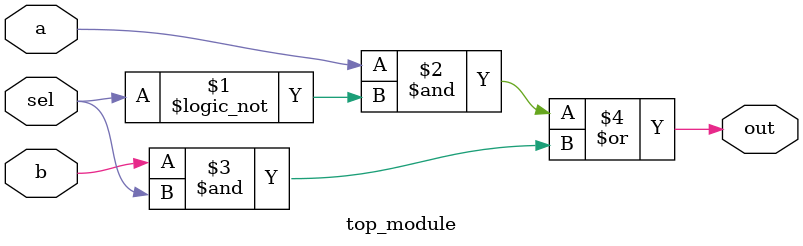
<source format=v>
module top_module( 
    input a, b, sel,
    output out ); 
    
    assign out = (a & !sel)|(b & sel);

endmodule

</source>
